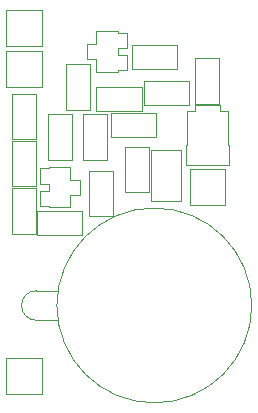
<source format=gbr>
G04 #@! TF.FileFunction,Other,User*
%FSLAX46Y46*%
G04 Gerber Fmt 4.6, Leading zero omitted, Abs format (unit mm)*
G04 Created by KiCad (PCBNEW 4.0.2-4+6225~38~ubuntu14.04.1-stable) date Fri 29 Apr 2016 12:46:25 PM PDT*
%MOMM*%
G01*
G04 APERTURE LIST*
%ADD10C,0.100000*%
%ADD11C,0.050000*%
G04 APERTURE END LIST*
D10*
D11*
X132520000Y-103020000D02*
X132520000Y-99980000D01*
X132520000Y-99980000D02*
X129480000Y-99980000D01*
X129480000Y-99980000D02*
X129480000Y-103020000D01*
X129480000Y-103020000D02*
X132520000Y-103020000D01*
X148020000Y-113020000D02*
X148020000Y-109980000D01*
X148020000Y-109980000D02*
X144980000Y-109980000D01*
X144980000Y-109980000D02*
X144980000Y-113020000D01*
X144980000Y-113020000D02*
X148020000Y-113020000D01*
X132520000Y-99520000D02*
X132520000Y-96480000D01*
X132520000Y-96480000D02*
X129480000Y-96480000D01*
X129480000Y-96480000D02*
X129480000Y-99520000D01*
X129480000Y-99520000D02*
X132520000Y-99520000D01*
X132520000Y-129020000D02*
X132520000Y-125980000D01*
X132520000Y-125980000D02*
X129480000Y-125980000D01*
X129480000Y-125980000D02*
X129480000Y-129020000D01*
X129480000Y-129020000D02*
X132520000Y-129020000D01*
X132300000Y-109900000D02*
X132300000Y-111200000D01*
X132300000Y-111200000D02*
X133100000Y-111200000D01*
X133100000Y-111200000D02*
X133100000Y-111800000D01*
X133100000Y-111800000D02*
X132300000Y-111800000D01*
X132300000Y-111800000D02*
X132300000Y-113100000D01*
X132300000Y-113100000D02*
X133100000Y-113100000D01*
X133100000Y-113100000D02*
X133100000Y-113200000D01*
X133100000Y-113200000D02*
X134900000Y-113200000D01*
X134900000Y-113200000D02*
X134900000Y-112150000D01*
X134900000Y-112150000D02*
X135700000Y-112150000D01*
X135700000Y-112150000D02*
X135700000Y-110850000D01*
X135700000Y-110850000D02*
X134900000Y-110850000D01*
X134900000Y-110850000D02*
X134900000Y-109800000D01*
X134900000Y-109800000D02*
X133100000Y-109800000D01*
X133100000Y-109800000D02*
X133100000Y-109900000D01*
X133100000Y-109900000D02*
X132300000Y-109900000D01*
X139700000Y-101600000D02*
X139700000Y-100300000D01*
X139700000Y-100300000D02*
X138900000Y-100300000D01*
X138900000Y-100300000D02*
X138900000Y-99700000D01*
X138900000Y-99700000D02*
X139700000Y-99700000D01*
X139700000Y-99700000D02*
X139700000Y-98400000D01*
X139700000Y-98400000D02*
X138900000Y-98400000D01*
X138900000Y-98400000D02*
X138900000Y-98300000D01*
X138900000Y-98300000D02*
X137100000Y-98300000D01*
X137100000Y-98300000D02*
X137100000Y-99350000D01*
X137100000Y-99350000D02*
X136300000Y-99350000D01*
X136300000Y-99350000D02*
X136300000Y-100650000D01*
X136300000Y-100650000D02*
X137100000Y-100650000D01*
X137100000Y-100650000D02*
X137100000Y-101700000D01*
X137100000Y-101700000D02*
X138900000Y-101700000D01*
X138900000Y-101700000D02*
X138900000Y-101600000D01*
X138900000Y-101600000D02*
X139700000Y-101600000D01*
X129985000Y-111415000D02*
X129985000Y-107585000D01*
X129985000Y-107585000D02*
X132015000Y-107585000D01*
X132015000Y-107585000D02*
X132015000Y-111415000D01*
X132015000Y-111415000D02*
X129985000Y-111415000D01*
X142165000Y-107265000D02*
X138335000Y-107265000D01*
X138335000Y-107265000D02*
X138335000Y-105235000D01*
X138335000Y-105235000D02*
X142165000Y-105235000D01*
X142165000Y-105235000D02*
X142165000Y-107265000D01*
X147515000Y-100585000D02*
X147515000Y-104415000D01*
X147515000Y-104415000D02*
X145485000Y-104415000D01*
X145485000Y-104415000D02*
X145485000Y-100585000D01*
X145485000Y-100585000D02*
X147515000Y-100585000D01*
X141085000Y-102485000D02*
X144915000Y-102485000D01*
X144915000Y-102485000D02*
X144915000Y-104515000D01*
X144915000Y-104515000D02*
X141085000Y-104515000D01*
X141085000Y-104515000D02*
X141085000Y-102485000D01*
X141715000Y-112655000D02*
X141715000Y-108345000D01*
X141715000Y-108345000D02*
X144285000Y-108345000D01*
X144285000Y-108345000D02*
X144285000Y-112655000D01*
X144285000Y-112655000D02*
X141715000Y-112655000D01*
X144650000Y-109650000D02*
X144650000Y-107950000D01*
X144650000Y-107950000D02*
X144750000Y-107950000D01*
X144750000Y-107950000D02*
X144750000Y-105000000D01*
X144750000Y-105000000D02*
X145450000Y-105000000D01*
X145450000Y-105000000D02*
X145450000Y-104550000D01*
X145450000Y-104550000D02*
X147550000Y-104550000D01*
X147550000Y-104550000D02*
X147550000Y-105000000D01*
X147550000Y-105000000D02*
X148250000Y-105000000D01*
X148250000Y-105000000D02*
X148250000Y-107950000D01*
X148250000Y-107950000D02*
X148350000Y-107950000D01*
X148350000Y-107950000D02*
X148350000Y-109650000D01*
X148350000Y-109650000D02*
X144650000Y-109650000D01*
X130750000Y-121500000D02*
G75*
G03X132000000Y-122750000I1250000J0D01*
G01*
X132000000Y-120250000D02*
G75*
G03X130750000Y-121500000I0J-1250000D01*
G01*
X133850000Y-120250000D02*
X132000000Y-120250000D01*
X133850000Y-122750000D02*
X132000000Y-122750000D01*
X150250000Y-121500000D02*
G75*
G03X150250000Y-121500000I-8250000J0D01*
G01*
X143915000Y-101515000D02*
X140085000Y-101515000D01*
X140085000Y-101515000D02*
X140085000Y-99485000D01*
X140085000Y-99485000D02*
X143915000Y-99485000D01*
X143915000Y-99485000D02*
X143915000Y-101515000D01*
X136515000Y-101085000D02*
X136515000Y-104915000D01*
X136515000Y-104915000D02*
X134485000Y-104915000D01*
X134485000Y-104915000D02*
X134485000Y-101085000D01*
X134485000Y-101085000D02*
X136515000Y-101085000D01*
X137085000Y-102985000D02*
X140915000Y-102985000D01*
X140915000Y-102985000D02*
X140915000Y-105015000D01*
X140915000Y-105015000D02*
X137085000Y-105015000D01*
X137085000Y-105015000D02*
X137085000Y-102985000D01*
X141515000Y-108085000D02*
X141515000Y-111915000D01*
X141515000Y-111915000D02*
X139485000Y-111915000D01*
X139485000Y-111915000D02*
X139485000Y-108085000D01*
X139485000Y-108085000D02*
X141515000Y-108085000D01*
X136485000Y-113915000D02*
X136485000Y-110085000D01*
X136485000Y-110085000D02*
X138515000Y-110085000D01*
X138515000Y-110085000D02*
X138515000Y-113915000D01*
X138515000Y-113915000D02*
X136485000Y-113915000D01*
X135985000Y-109165000D02*
X135985000Y-105335000D01*
X135985000Y-105335000D02*
X138015000Y-105335000D01*
X138015000Y-105335000D02*
X138015000Y-109165000D01*
X138015000Y-109165000D02*
X135985000Y-109165000D01*
X135915000Y-115515000D02*
X132085000Y-115515000D01*
X132085000Y-115515000D02*
X132085000Y-113485000D01*
X132085000Y-113485000D02*
X135915000Y-113485000D01*
X135915000Y-113485000D02*
X135915000Y-115515000D01*
X132985000Y-109165000D02*
X132985000Y-105335000D01*
X132985000Y-105335000D02*
X135015000Y-105335000D01*
X135015000Y-105335000D02*
X135015000Y-109165000D01*
X135015000Y-109165000D02*
X132985000Y-109165000D01*
X129985000Y-115415000D02*
X129985000Y-111585000D01*
X129985000Y-111585000D02*
X132015000Y-111585000D01*
X132015000Y-111585000D02*
X132015000Y-115415000D01*
X132015000Y-115415000D02*
X129985000Y-115415000D01*
X132015000Y-103585000D02*
X132015000Y-107415000D01*
X132015000Y-107415000D02*
X129985000Y-107415000D01*
X129985000Y-107415000D02*
X129985000Y-103585000D01*
X129985000Y-103585000D02*
X132015000Y-103585000D01*
M02*

</source>
